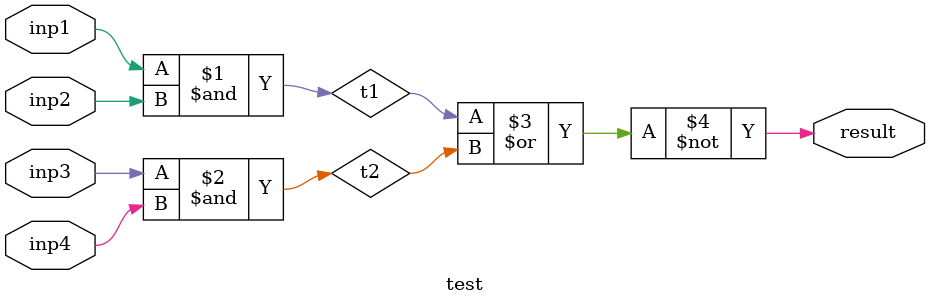
<source format=v>
module test(
	input inp1, inp2, inp3, inp4,
	output result
);


	assign t1 = inp1 & inp2;
	assign t2 = inp3 & inp4;
	assign result = ~(t1|t2);
	
endmodule
	
</source>
